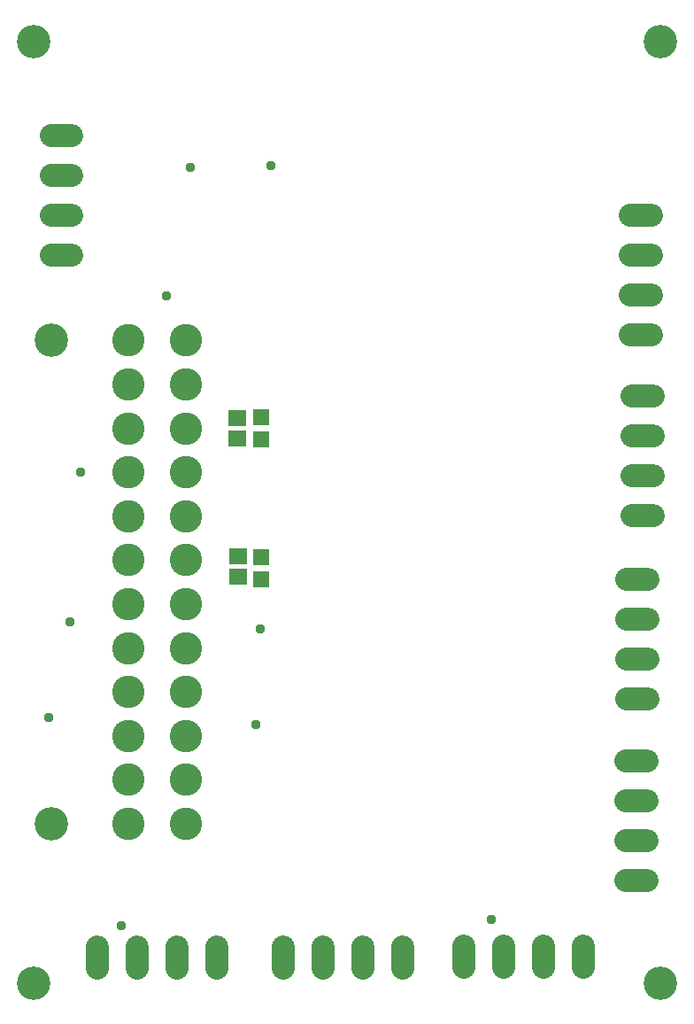
<source format=gbr>
G04 EAGLE Gerber RS-274X export*
G75*
%MOMM*%
%FSLAX34Y34*%
%LPD*%
%INSoldermask Top*%
%IPPOS*%
%AMOC8*
5,1,8,0,0,1.08239X$1,22.5*%
G01*
%ADD10C,3.203200*%
%ADD11C,3.103200*%
%ADD12R,1.503200X1.503200*%
%ADD13R,1.703200X1.503200*%
%ADD14C,2.203200*%
%ADD15C,0.959600*%


D10*
X50000Y950000D03*
X50000Y50000D03*
X650000Y50000D03*
X650000Y950000D03*
D11*
X140600Y202000D03*
X140600Y244000D03*
X140600Y286000D03*
X140600Y328000D03*
X140600Y370000D03*
X140600Y412000D03*
X140600Y454000D03*
X140600Y496000D03*
X140600Y538000D03*
X140600Y580000D03*
X140600Y622000D03*
X140600Y664000D03*
X195600Y202000D03*
X195600Y244000D03*
X195600Y286000D03*
X195600Y328000D03*
X195600Y370000D03*
X195600Y412000D03*
X195600Y454000D03*
X195600Y496000D03*
X195600Y538000D03*
X195600Y580000D03*
X195600Y622000D03*
X195600Y664000D03*
D10*
X67600Y664000D03*
X67600Y202000D03*
D12*
X268000Y456500D03*
X268000Y435500D03*
X268000Y590500D03*
X268000Y569500D03*
D13*
X245000Y570500D03*
X245000Y589500D03*
X246000Y438500D03*
X246000Y457500D03*
D14*
X111000Y84000D02*
X111000Y64000D01*
X149100Y64000D02*
X149100Y84000D01*
X187200Y84000D02*
X187200Y64000D01*
X225300Y64000D02*
X225300Y84000D01*
X617000Y148000D02*
X637000Y148000D01*
X637000Y186100D02*
X617000Y186100D01*
X617000Y224200D02*
X637000Y224200D01*
X637000Y262300D02*
X617000Y262300D01*
X623000Y497000D02*
X643000Y497000D01*
X643000Y535100D02*
X623000Y535100D01*
X623000Y573200D02*
X643000Y573200D01*
X643000Y611300D02*
X623000Y611300D01*
X618000Y321000D02*
X638000Y321000D01*
X638000Y359100D02*
X618000Y359100D01*
X618000Y397200D02*
X638000Y397200D01*
X638000Y435300D02*
X618000Y435300D01*
X621000Y669000D02*
X641000Y669000D01*
X641000Y707100D02*
X621000Y707100D01*
X621000Y745200D02*
X641000Y745200D01*
X641000Y783300D02*
X621000Y783300D01*
X289000Y84000D02*
X289000Y64000D01*
X327100Y64000D02*
X327100Y84000D01*
X365200Y84000D02*
X365200Y64000D01*
X403300Y64000D02*
X403300Y84000D01*
X462000Y85000D02*
X462000Y65000D01*
X500100Y65000D02*
X500100Y85000D01*
X538200Y85000D02*
X538200Y65000D01*
X576300Y65000D02*
X576300Y85000D01*
X87000Y860000D02*
X67000Y860000D01*
X67000Y821900D02*
X87000Y821900D01*
X87000Y783800D02*
X67000Y783800D01*
X67000Y745700D02*
X87000Y745700D01*
D15*
X488000Y111000D03*
X134000Y105000D03*
X263000Y297000D03*
X65000Y304000D03*
X267000Y388000D03*
X85000Y395000D03*
X200000Y829000D03*
X277000Y831000D03*
X177000Y707000D03*
X95000Y538000D03*
M02*

</source>
